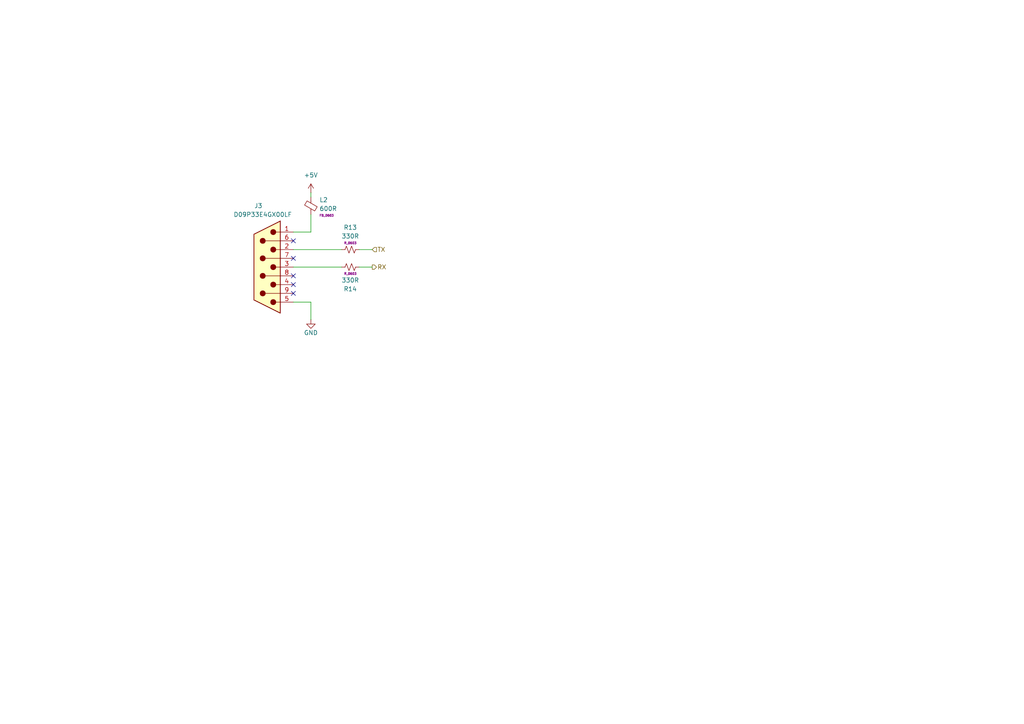
<source format=kicad_sch>
(kicad_sch (version 20250114) (generator "eeschema") (generator_version "9.0")
  (paper "A4")
  (title_block (title "Serial-Ethernet") (date "2025-09-13") (rev "v1.0b") (company "TL Embedded Ltd"))
  (lib_symbols
    (symbol "Connector:DB9_Male" (pin_names (offset 1.016) (hide yes))
      (property "Reference" "J" (at 0 13.97 0))
      (property "Value" "DB9_Male" (at 0 -14.605 0))
      (symbol "DB9_Male_0_1"
        (polyline (pts (xy -3.81 10.16) (xy -2.54 10.16)))
        (polyline (pts (xy -3.81 7.62) (xy 0.508 7.62)))
        (polyline (pts (xy -3.81 5.08) (xy -2.54 5.08)))
        (polyline (pts (xy -3.81 2.54) (xy 0.508 2.54)))
        (polyline (pts (xy -3.81 0) (xy -2.54 0)))
        (polyline (pts (xy -3.81 -2.54) (xy 0.508 -2.54)))
        (polyline (pts (xy -3.81 -5.08) (xy -2.54 -5.08)))
        (polyline (pts (xy -3.81 -7.62) (xy 0.508 -7.62)))
        (polyline (pts (xy -3.81 -10.16) (xy -2.54 -10.16)))
        (polyline (pts (xy -3.81 -13.335) (xy -3.81 13.335) (xy 3.81 9.525) (xy 3.81 -9.525) (xy -3.81 -13.335)) (stroke (width 0.254)) (fill (type background)))
        (circle (center -1.778 10.16) (radius 0.762) (fill (type outline)))
        (circle (center -1.778 5.08) (radius 0.762) (fill (type outline)))
        (circle (center -1.778 0) (radius 0.762) (fill (type outline)))
        (circle (center -1.778 -5.08) (radius 0.762) (fill (type outline)))
        (circle (center -1.778 -10.16) (radius 0.762) (fill (type outline)))
        (circle (center 1.27 7.62) (radius 0.762) (fill (type outline)))
        (circle (center 1.27 2.54) (radius 0.762) (fill (type outline)))
        (circle (center 1.27 -2.54) (radius 0.762) (fill (type outline)))
        (circle (center 1.27 -7.62) (radius 0.762) (fill (type outline)))
      )
      (symbol "DB9_Male_1_1"
        (pin passive line (at -7.62 10.16 0) (length 3.81) (name "5") (number "5"))
        (pin passive line (at -7.62 7.62 0) (length 3.81) (name "9") (number "9"))
        (pin passive line (at -7.62 5.08 0) (length 3.81) (name "4") (number "4"))
        (pin passive line (at -7.62 2.54 0) (length 3.81) (name "8") (number "8"))
        (pin passive line (at -7.62 0 0) (length 3.81) (name "3") (number "3"))
        (pin passive line (at -7.62 -2.54 0) (length 3.81) (name "7") (number "7"))
        (pin passive line (at -7.62 -5.08 0) (length 3.81) (name "2") (number "2"))
        (pin passive line (at -7.62 -7.62 0) (length 3.81) (name "6") (number "6"))
        (pin passive line (at -7.62 -10.16 0) (length 3.81) (name "1") (number "1"))
      )
    )
    (symbol "L_Inductor:FB_0603" (pin_numbers (hide yes)) (pin_names (offset 1.016) (hide yes))
      (property "Reference" "L" (at 2.54 1.905 0))
      (property "Value" "600R" (at 4.445 0 0))
      (property "Size" "FB_0603" (at 4.445 -1.905 0))
      (symbol "FB_0603_0_1"
        (polyline (pts (xy -1.8288 0.2794) (xy -1.1176 1.4986) (xy 1.8288 -0.2032) (xy 1.1176 -1.4224) (xy -1.8288 0.2794)))
        (polyline (pts (xy 0 0.889) (xy 0 1.2954)))
        (polyline (pts (xy 0 -1.27) (xy 0 -0.7874)))
      )
      (symbol "FB_0603_1_1"
        (pin passive line (at 0 2.54 270) (length 1.27) (name "~") (number "1"))
        (pin passive line (at 0 -2.54 90) (length 1.27) (name "~") (number "2"))
      )
    )
    (symbol "R_Resistor:R_0603" (pin_numbers (hide yes)) (pin_names (offset 1.016))
      (property "Reference" "R" (at 2.54 1.905 0))
      (property "Value" "10K" (at 3.81 0 0))
      (property "Size" "R_0603" (at 3.81 -1.905 0))
      (symbol "R_0603_1_1"
        (polyline (pts (xy 0 1.524) (xy 1.016 1.143) (xy 0 0.762) (xy -1.016 0.381) (xy 0 0)))
        (polyline (pts (xy 0 0) (xy 1.016 -0.381) (xy 0 -0.762) (xy -1.016 -1.143) (xy 0 -1.524)))
        (pin passive line (at 0 2.54 270) (length 1.016) (name "~") (number "1"))
        (pin passive line (at 0 -2.54 90) (length 1.016) (name "~") (number "2"))
      )
    )
    (symbol "power:+5V" (power) (pin_numbers (hide yes)) (pin_names (offset 0) (hide yes))
      (property "Value" "+5V" (at 0 3.556 0))
      (symbol "+5V_0_1"
        (polyline (pts (xy -0.762 1.27) (xy 0 2.54)))
        (polyline (pts (xy 0 2.54) (xy 0.762 1.27)))
        (polyline (pts (xy 0 0) (xy 0 2.54)))
      )
      (symbol "+5V_1_1"
        (pin power_in line (at 0 0 90) (length 0) (name "~") (number "1"))
      )
    )
    (symbol "power:GND" (power) (pin_numbers (hide yes)) (pin_names (offset 0) (hide yes))
      (property "Value" "GND" (at 0 -3.81 0))
      (symbol "GND_0_1"
        (polyline (pts (xy 0 0) (xy 0 -1.27) (xy 1.27 -1.27) (xy 0 -2.54) (xy -1.27 -1.27) (xy 0 -1.27)))
      )
      (symbol "GND_1_1"
        (pin power_in line (at 0 0 270) (length 0) (name "~") (number "1"))
      )
    )
  )
  (no_connect (at 85.09 69.85))
  (no_connect (at 85.09 85.09))
  (no_connect (at 85.09 80.01))
  (no_connect (at 85.09 82.55))
  (no_connect (at 85.09 74.93))
  (wire (pts (xy 104.14 72.39) (xy 107.95 72.39)))
  (wire (pts (xy 90.17 62.23) (xy 90.17 67.31)))
  (wire (pts (xy 90.17 55.88) (xy 90.17 57.15)))
  (wire (pts (xy 90.17 67.31) (xy 85.09 67.31)))
  (wire (pts (xy 90.17 87.63) (xy 90.17 92.71)))
  (wire (pts (xy 85.09 77.47) (xy 99.06 77.47)))
  (wire (pts (xy 85.09 72.39) (xy 99.06 72.39)))
  (wire (pts (xy 104.14 77.47) (xy 107.95 77.47)))
  (wire (pts (xy 85.09 87.63) (xy 90.17 87.63)))
  (hierarchical_label "TX" (shape input) (at 107.95 72.39 0))
  (hierarchical_label "RX" (shape output) (at 107.95 77.47 0))
  (symbol (lib_id "R_Resistor:R_0603") (at 101.6 77.47 90) (unit 1)
    (property "Reference" "R14" (at 101.6 83.82 90))
    (property "Value" "330R" (at 101.6 81.28 90))
    (property "Footprint" "R_Resistor:R_0603" (effects (hide yes)))
    (property "Size" "R_0603" (at 101.6 79.375 90) (effects (font (size 0.635 0.635))))
  )
  (symbol (lib_id "Connector:DB9_Male") (at 77.47 77.47 180) (unit 1)
    (property "Reference" "J3" (at 74.93 59.69 0))
    (property "Value" "D09P33E4GX00LF" (at 76.2 62.23 0))
    (property "Footprint" "Connector_Dsub:DSUB-9_Male_Horizontal_P2.77x2.84mm_EdgePinOffset7.70mm_Housed_MountingHolesOffset9.12mm" (effects (hide yes)))
    (property "Datasheet" " ~" (effects (hide yes)))
  )
  (symbol (lib_id "L_Inductor:FB_0603") (at 90.17 59.69 180) (unit 1)
    (property "Reference" "L2" (at 92.6338 57.9788 0) (effects (justify right)))
    (property "Value" "600R" (at 92.6338 60.5157 0) (effects (justify right)))
    (property "Footprint" "L_Inductor:FB_0603" (effects (hide yes)))
    (property "Size" "FB_0603" (at 92.6338 62.482 0) (effects (font (size 0.635 0.635)) (justify right)))
  )
  (symbol (lib_id "power:GND") (at 90.17 92.71 0) (unit 1)
    (property "Reference" "#PWR026" (effects (hide yes)))
    (property "Value" "GND" (at 90.17 96.52 0))
    (property "Description" "Power symbol creates a global label with name \"GND\" , ground" (effects (hide yes)))
  )
  (symbol (lib_id "R_Resistor:R_0603") (at 101.6 72.39 90) (unit 1)
    (property "Reference" "R13" (at 101.6 65.972 90))
    (property "Value" "330R" (at 101.6 68.5089 90))
    (property "Footprint" "R_Resistor:R_0603" (effects (hide yes)))
    (property "Size" "R_0603" (at 101.6 70.4752 90) (effects (font (size 0.635 0.635))))
  )
  (symbol (lib_id "power:+5V") (at 90.17 55.88 0) (unit 1)
    (property "Reference" "#PWR027" (effects (hide yes)))
    (property "Value" "+5V" (at 90.17 50.8 0))
    (property "Description" "Power symbol creates a global label with name \"+5V\"" (effects (hide yes)))
  )
)
</source>
